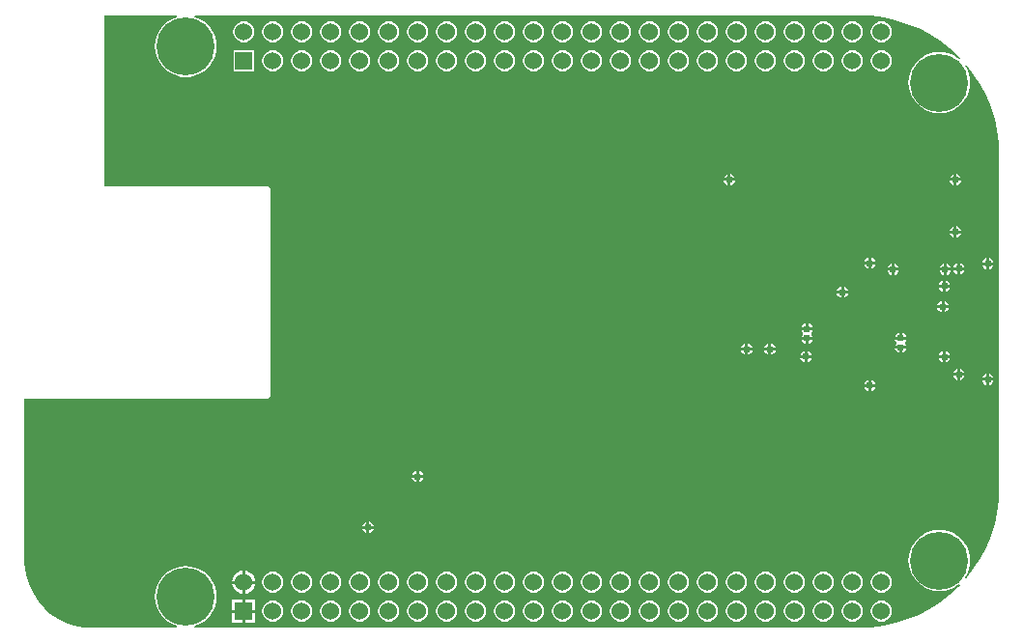
<source format=gbl>
G04 Layer_Physical_Order=2*
G04 Layer_Color=12500520*
%FSLAX25Y25*%
%MOIN*%
G70*
G01*
G75*
%ADD25R,0.06000X0.06000*%
%ADD26C,0.06000*%
%ADD27C,0.20000*%
%ADD28C,0.02400*%
G36*
X444202Y528531D02*
X448372Y527982D01*
X452479Y527072D01*
X456490Y525807D01*
X460377Y524197D01*
X464107Y522255D01*
X467655Y519995D01*
X470992Y517435D01*
X474093Y514593D01*
X474626Y514011D01*
X474278Y513651D01*
X473750Y514102D01*
X472327Y514974D01*
X470786Y515612D01*
X469163Y516002D01*
X467500Y516133D01*
X465837Y516002D01*
X464214Y515612D01*
X462673Y514974D01*
X461250Y514102D01*
X459981Y513019D01*
X458898Y511750D01*
X458026Y510327D01*
X457388Y508786D01*
X456998Y507163D01*
X456867Y505500D01*
X456998Y503837D01*
X457388Y502214D01*
X458026Y500673D01*
X458898Y499250D01*
X459981Y497982D01*
X461250Y496898D01*
X462673Y496026D01*
X464214Y495388D01*
X465837Y494998D01*
X467500Y494867D01*
X469163Y494998D01*
X470786Y495388D01*
X472327Y496026D01*
X473750Y496898D01*
X475019Y497982D01*
X476102Y499250D01*
X476974Y500673D01*
X477612Y502214D01*
X478002Y503837D01*
X478133Y505500D01*
X478002Y507163D01*
X477612Y508786D01*
X476974Y510327D01*
X476267Y511480D01*
X476669Y511782D01*
X476935Y511492D01*
X479495Y508155D01*
X481755Y504607D01*
X483697Y500877D01*
X485307Y496990D01*
X486572Y492979D01*
X487482Y488872D01*
X488031Y484702D01*
X488209Y480627D01*
X488184Y480500D01*
Y365500D01*
X488209Y365373D01*
X488031Y361298D01*
X487482Y357128D01*
X486572Y353021D01*
X485307Y349010D01*
X483697Y345124D01*
X481755Y341393D01*
X479495Y337845D01*
X476935Y334508D01*
X476669Y334218D01*
X476267Y334520D01*
X476974Y335673D01*
X477612Y337214D01*
X478002Y338837D01*
X478133Y340500D01*
X478002Y342163D01*
X477612Y343786D01*
X476974Y345327D01*
X476102Y346750D01*
X475019Y348019D01*
X473750Y349102D01*
X472327Y349974D01*
X470786Y350612D01*
X469163Y351002D01*
X467500Y351133D01*
X465837Y351002D01*
X464214Y350612D01*
X462673Y349974D01*
X461250Y349102D01*
X459981Y348019D01*
X458898Y346750D01*
X458026Y345327D01*
X457388Y343786D01*
X456998Y342163D01*
X456867Y340500D01*
X456998Y338837D01*
X457388Y337214D01*
X458026Y335673D01*
X458898Y334250D01*
X459981Y332981D01*
X461250Y331898D01*
X462673Y331026D01*
X464214Y330388D01*
X465837Y329998D01*
X467500Y329867D01*
X469163Y329998D01*
X470786Y330388D01*
X472327Y331026D01*
X473750Y331898D01*
X474278Y332349D01*
X474626Y331989D01*
X474093Y331407D01*
X470992Y328565D01*
X467655Y326005D01*
X464107Y323745D01*
X460377Y321803D01*
X456490Y320193D01*
X452479Y318928D01*
X448372Y318018D01*
X444202Y317469D01*
X440127Y317291D01*
X440000Y317316D01*
X210546D01*
X210487Y317816D01*
X210786Y317888D01*
X212327Y318526D01*
X213750Y319398D01*
X215019Y320481D01*
X216102Y321750D01*
X216974Y323173D01*
X217612Y324714D01*
X218002Y326337D01*
X218133Y328000D01*
X218002Y329663D01*
X217612Y331286D01*
X216974Y332827D01*
X216102Y334250D01*
X215019Y335519D01*
X213750Y336602D01*
X212327Y337474D01*
X210786Y338112D01*
X209163Y338502D01*
X207500Y338633D01*
X205837Y338502D01*
X204214Y338112D01*
X202673Y337474D01*
X201250Y336602D01*
X199981Y335519D01*
X198898Y334250D01*
X198026Y332827D01*
X197388Y331286D01*
X196998Y329663D01*
X196867Y328000D01*
X196998Y326337D01*
X197388Y324714D01*
X198026Y323173D01*
X198898Y321750D01*
X199981Y320481D01*
X201250Y319398D01*
X202673Y318526D01*
X204214Y317888D01*
X204513Y317816D01*
X204453Y317316D01*
X175000D01*
X174869Y317290D01*
X171969Y317480D01*
X168991Y318073D01*
X166115Y319049D01*
X163391Y320392D01*
X160865Y322079D01*
X158582Y324082D01*
X156579Y326365D01*
X154892Y328891D01*
X153549Y331615D01*
X152573Y334491D01*
X151980Y337469D01*
X151790Y340369D01*
X151816Y340500D01*
Y396184D01*
X235000D01*
X235695Y396322D01*
X236284Y396716D01*
X236678Y397305D01*
X236816Y398000D01*
Y468000D01*
X236678Y468695D01*
X236284Y469284D01*
X235695Y469678D01*
X235000Y469816D01*
X179316D01*
Y528684D01*
X204453D01*
X204513Y528184D01*
X204214Y528112D01*
X202673Y527474D01*
X201250Y526602D01*
X199981Y525519D01*
X198898Y524250D01*
X198026Y522827D01*
X197388Y521286D01*
X196998Y519663D01*
X196867Y518000D01*
X196998Y516337D01*
X197388Y514714D01*
X198026Y513173D01*
X198898Y511750D01*
X199981Y510482D01*
X201250Y509398D01*
X202673Y508526D01*
X204214Y507888D01*
X205837Y507498D01*
X207500Y507367D01*
X209163Y507498D01*
X210786Y507888D01*
X212327Y508526D01*
X213750Y509398D01*
X215019Y510482D01*
X216102Y511750D01*
X216974Y513173D01*
X217612Y514714D01*
X218002Y516337D01*
X218133Y518000D01*
X218002Y519663D01*
X217612Y521286D01*
X216974Y522827D01*
X216102Y524250D01*
X215019Y525519D01*
X213750Y526602D01*
X212327Y527474D01*
X210786Y528112D01*
X210487Y528184D01*
X210546Y528684D01*
X440000D01*
X440127Y528709D01*
X444202Y528531D01*
D02*
G37*
%LPC*%
G36*
X483766Y402539D02*
X482326D01*
X482382Y402259D01*
X482824Y401597D01*
X483485Y401155D01*
X483766Y401100D01*
Y402539D01*
D02*
G37*
G36*
X486205D02*
X484766D01*
Y401100D01*
X485046Y401155D01*
X485708Y401597D01*
X486150Y402259D01*
X486205Y402539D01*
D02*
G37*
G36*
X445463Y400358D02*
X444024D01*
Y398919D01*
X444304Y398974D01*
X444966Y399416D01*
X445408Y400078D01*
X445463Y400358D01*
D02*
G37*
G36*
X287957Y371440D02*
Y370000D01*
X289396D01*
X289341Y370280D01*
X288899Y370942D01*
X288237Y371384D01*
X287957Y371440D01*
D02*
G37*
G36*
X443024Y400358D02*
X441584D01*
X441640Y400078D01*
X442082Y399416D01*
X442743Y398974D01*
X443024Y398919D01*
Y400358D01*
D02*
G37*
G36*
Y402798D02*
X442743Y402742D01*
X442082Y402300D01*
X441640Y401639D01*
X441584Y401358D01*
X443024D01*
Y402798D01*
D02*
G37*
G36*
X483766Y404979D02*
X483485Y404923D01*
X482824Y404481D01*
X482382Y403820D01*
X482326Y403539D01*
X483766D01*
Y404979D01*
D02*
G37*
G36*
X484766D02*
Y403539D01*
X486205D01*
X486150Y403820D01*
X485708Y404481D01*
X485046Y404923D01*
X484766Y404979D01*
D02*
G37*
G36*
X476166Y404226D02*
X474726D01*
Y402787D01*
X475007Y402842D01*
X475668Y403285D01*
X476110Y403946D01*
X476166Y404226D01*
D02*
G37*
G36*
X444024Y402798D02*
Y401358D01*
X445463D01*
X445408Y401639D01*
X444966Y402300D01*
X444304Y402742D01*
X444024Y402798D01*
D02*
G37*
G36*
X473726Y404226D02*
X472287D01*
X472342Y403946D01*
X472785Y403285D01*
X473446Y402842D01*
X473726Y402787D01*
Y404226D01*
D02*
G37*
G36*
X286957Y371440D02*
X286676Y371384D01*
X286015Y370942D01*
X285573Y370280D01*
X285517Y370000D01*
X286957D01*
Y371440D01*
D02*
G37*
G36*
X227000Y336969D02*
X226456Y336897D01*
X225483Y336494D01*
X224647Y335853D01*
X224006Y335017D01*
X223603Y334044D01*
X223531Y333500D01*
X227000D01*
Y336969D01*
D02*
G37*
G36*
X228000D02*
Y333500D01*
X231469D01*
X231397Y334044D01*
X230994Y335017D01*
X230353Y335853D01*
X229517Y336494D01*
X228544Y336897D01*
X228000Y336969D01*
D02*
G37*
G36*
X447500Y336631D02*
X446560Y336507D01*
X445684Y336145D01*
X444932Y335567D01*
X444355Y334816D01*
X443993Y333940D01*
X443869Y333000D01*
X443993Y332060D01*
X444355Y331185D01*
X444932Y330433D01*
X445684Y329855D01*
X446560Y329493D01*
X447500Y329369D01*
X448440Y329493D01*
X449316Y329855D01*
X450068Y330433D01*
X450645Y331185D01*
X451007Y332060D01*
X451131Y333000D01*
X451007Y333940D01*
X450645Y334816D01*
X450068Y335567D01*
X449316Y336145D01*
X448440Y336507D01*
X447500Y336631D01*
D02*
G37*
G36*
X427500D02*
X426560Y336507D01*
X425684Y336145D01*
X424932Y335567D01*
X424355Y334816D01*
X423993Y333940D01*
X423869Y333000D01*
X423993Y332060D01*
X424355Y331185D01*
X424932Y330433D01*
X425684Y329855D01*
X426560Y329493D01*
X427500Y329369D01*
X428440Y329493D01*
X429316Y329855D01*
X430068Y330433D01*
X430645Y331185D01*
X431007Y332060D01*
X431131Y333000D01*
X431007Y333940D01*
X430645Y334816D01*
X430068Y335567D01*
X429316Y336145D01*
X428440Y336507D01*
X427500Y336631D01*
D02*
G37*
G36*
X437500D02*
X436560Y336507D01*
X435684Y336145D01*
X434932Y335567D01*
X434355Y334816D01*
X433993Y333940D01*
X433869Y333000D01*
X433993Y332060D01*
X434355Y331185D01*
X434932Y330433D01*
X435684Y329855D01*
X436560Y329493D01*
X437500Y329369D01*
X438440Y329493D01*
X439316Y329855D01*
X440068Y330433D01*
X440645Y331185D01*
X441007Y332060D01*
X441131Y333000D01*
X441007Y333940D01*
X440645Y334816D01*
X440068Y335567D01*
X439316Y336145D01*
X438440Y336507D01*
X437500Y336631D01*
D02*
G37*
G36*
X269854Y351500D02*
X268414D01*
X268470Y351219D01*
X268912Y350558D01*
X269574Y350116D01*
X269854Y350060D01*
Y351500D01*
D02*
G37*
G36*
X286957Y369000D02*
X285517D01*
X285573Y368720D01*
X286015Y368058D01*
X286676Y367616D01*
X286957Y367560D01*
Y369000D01*
D02*
G37*
G36*
X289396D02*
X287957D01*
Y367560D01*
X288237Y367616D01*
X288899Y368058D01*
X289341Y368720D01*
X289396Y369000D01*
D02*
G37*
G36*
X270854Y353939D02*
Y352500D01*
X272294D01*
X272238Y352780D01*
X271796Y353442D01*
X271134Y353884D01*
X270854Y353939D01*
D02*
G37*
G36*
X272294Y351500D02*
X270854D01*
Y350060D01*
X271134Y350116D01*
X271796Y350558D01*
X272238Y351219D01*
X272294Y351500D01*
D02*
G37*
G36*
X269854Y353939D02*
X269574Y353884D01*
X268912Y353442D01*
X268470Y352780D01*
X268414Y352500D01*
X269854D01*
Y353939D01*
D02*
G37*
G36*
X456081Y413626D02*
X454642D01*
Y412186D01*
X454922Y412242D01*
X455584Y412684D01*
X456026Y413346D01*
X456081Y413626D01*
D02*
G37*
G36*
X400500Y415396D02*
X400220Y415341D01*
X399558Y414899D01*
X399116Y414237D01*
X399060Y413957D01*
X400500D01*
Y415396D01*
D02*
G37*
G36*
X401500D02*
Y413957D01*
X402940D01*
X402884Y414237D01*
X402442Y414899D01*
X401780Y415341D01*
X401500Y415396D01*
D02*
G37*
G36*
X408500Y412957D02*
X407060D01*
X407116Y412676D01*
X407558Y412015D01*
X408220Y411573D01*
X408500Y411517D01*
Y412957D01*
D02*
G37*
G36*
X410940D02*
X409500D01*
Y411517D01*
X409780Y411573D01*
X410442Y412015D01*
X410884Y412676D01*
X410940Y412957D01*
D02*
G37*
G36*
X453642Y413626D02*
X452202D01*
X452258Y413346D01*
X452700Y412684D01*
X453361Y412242D01*
X453642Y412186D01*
Y413626D01*
D02*
G37*
G36*
X421358Y416776D02*
X419918D01*
X419974Y416495D01*
X420416Y415834D01*
X421078Y415392D01*
X421358Y415336D01*
Y416776D01*
D02*
G37*
G36*
X423798D02*
X422358D01*
Y415336D01*
X422639Y415392D01*
X423300Y415834D01*
X423742Y416495D01*
X423798Y416776D01*
D02*
G37*
G36*
Y419925D02*
X419918D01*
X419974Y419645D01*
X420261Y419215D01*
X420375Y418850D01*
X420261Y418485D01*
X419974Y418056D01*
X419918Y417776D01*
X423798D01*
X423742Y418056D01*
X423455Y418485D01*
X423342Y418850D01*
X423455Y419215D01*
X423742Y419645D01*
X423798Y419925D01*
D02*
G37*
G36*
X408500Y415396D02*
X408220Y415341D01*
X407558Y414899D01*
X407116Y414237D01*
X407060Y413957D01*
X408500D01*
Y415396D01*
D02*
G37*
G36*
X409500D02*
Y413957D01*
X410940D01*
X410884Y414237D01*
X410442Y414899D01*
X409780Y415341D01*
X409500Y415396D01*
D02*
G37*
G36*
X456081Y416776D02*
X452202D01*
X452258Y416495D01*
X452545Y416066D01*
X452658Y415701D01*
X452545Y415336D01*
X452258Y414906D01*
X452202Y414626D01*
X456081D01*
X456026Y414906D01*
X455739Y415336D01*
X455625Y415701D01*
X455739Y416066D01*
X456026Y416495D01*
X456081Y416776D01*
D02*
G37*
G36*
X471166Y410295D02*
X469726D01*
Y408855D01*
X470007Y408911D01*
X470668Y409353D01*
X471110Y410015D01*
X471166Y410295D01*
D02*
G37*
G36*
X420976Y410358D02*
X419537D01*
X419592Y410078D01*
X420035Y409416D01*
X420696Y408974D01*
X420976Y408919D01*
Y410358D01*
D02*
G37*
G36*
X423416D02*
X421976D01*
Y408919D01*
X422257Y408974D01*
X422918Y409416D01*
X423360Y410078D01*
X423416Y410358D01*
D02*
G37*
G36*
X473726Y406666D02*
X473446Y406610D01*
X472785Y406168D01*
X472342Y405507D01*
X472287Y405226D01*
X473726D01*
Y406666D01*
D02*
G37*
G36*
X474726D02*
Y405226D01*
X476166D01*
X476110Y405507D01*
X475668Y406168D01*
X475007Y406610D01*
X474726Y406666D01*
D02*
G37*
G36*
X468726Y410295D02*
X467287D01*
X467342Y410015D01*
X467785Y409353D01*
X468446Y408911D01*
X468726Y408855D01*
Y410295D01*
D02*
G37*
G36*
X421976Y412798D02*
Y411358D01*
X423416D01*
X423360Y411639D01*
X422918Y412300D01*
X422257Y412742D01*
X421976Y412798D01*
D02*
G37*
G36*
X400500Y412957D02*
X399060D01*
X399116Y412676D01*
X399558Y412015D01*
X400220Y411573D01*
X400500Y411517D01*
Y412957D01*
D02*
G37*
G36*
X402940D02*
X401500D01*
Y411517D01*
X401780Y411573D01*
X402442Y412015D01*
X402884Y412676D01*
X402940Y412957D01*
D02*
G37*
G36*
X468726Y412735D02*
X468446Y412679D01*
X467785Y412237D01*
X467342Y411576D01*
X467287Y411295D01*
X468726D01*
Y412735D01*
D02*
G37*
G36*
X469726D02*
Y411295D01*
X471166D01*
X471110Y411576D01*
X470668Y412237D01*
X470007Y412679D01*
X469726Y412735D01*
D02*
G37*
G36*
X420976Y412798D02*
X420696Y412742D01*
X420035Y412300D01*
X419592Y411639D01*
X419537Y411358D01*
X420976D01*
Y412798D01*
D02*
G37*
G36*
X367500Y326631D02*
X366560Y326507D01*
X365685Y326145D01*
X364932Y325568D01*
X364355Y324816D01*
X363993Y323940D01*
X363869Y323000D01*
X363993Y322060D01*
X364355Y321184D01*
X364932Y320432D01*
X365685Y319855D01*
X366560Y319493D01*
X367500Y319369D01*
X368440Y319493D01*
X369316Y319855D01*
X370068Y320432D01*
X370645Y321184D01*
X371007Y322060D01*
X371131Y323000D01*
X371007Y323940D01*
X370645Y324816D01*
X370068Y325568D01*
X369316Y326145D01*
X368440Y326507D01*
X367500Y326631D01*
D02*
G37*
G36*
X377500D02*
X376560Y326507D01*
X375684Y326145D01*
X374933Y325568D01*
X374355Y324816D01*
X373993Y323940D01*
X373869Y323000D01*
X373993Y322060D01*
X374355Y321184D01*
X374933Y320432D01*
X375684Y319855D01*
X376560Y319493D01*
X377500Y319369D01*
X378440Y319493D01*
X379315Y319855D01*
X380067Y320432D01*
X380645Y321184D01*
X381007Y322060D01*
X381131Y323000D01*
X381007Y323940D01*
X380645Y324816D01*
X380067Y325568D01*
X379315Y326145D01*
X378440Y326507D01*
X377500Y326631D01*
D02*
G37*
G36*
X357500D02*
X356560Y326507D01*
X355684Y326145D01*
X354932Y325568D01*
X354355Y324816D01*
X353993Y323940D01*
X353869Y323000D01*
X353993Y322060D01*
X354355Y321184D01*
X354932Y320432D01*
X355684Y319855D01*
X356560Y319493D01*
X357500Y319369D01*
X358440Y319493D01*
X359315Y319855D01*
X360068Y320432D01*
X360645Y321184D01*
X361007Y322060D01*
X361131Y323000D01*
X361007Y323940D01*
X360645Y324816D01*
X360068Y325568D01*
X359315Y326145D01*
X358440Y326507D01*
X357500Y326631D01*
D02*
G37*
G36*
X337500D02*
X336560Y326507D01*
X335684Y326145D01*
X334932Y325568D01*
X334355Y324816D01*
X333993Y323940D01*
X333869Y323000D01*
X333993Y322060D01*
X334355Y321184D01*
X334932Y320432D01*
X335684Y319855D01*
X336560Y319493D01*
X337500Y319369D01*
X338440Y319493D01*
X339316Y319855D01*
X340068Y320432D01*
X340645Y321184D01*
X341007Y322060D01*
X341131Y323000D01*
X341007Y323940D01*
X340645Y324816D01*
X340068Y325568D01*
X339316Y326145D01*
X338440Y326507D01*
X337500Y326631D01*
D02*
G37*
G36*
X347500D02*
X346560Y326507D01*
X345685Y326145D01*
X344933Y325568D01*
X344355Y324816D01*
X343993Y323940D01*
X343869Y323000D01*
X343993Y322060D01*
X344355Y321184D01*
X344933Y320432D01*
X345685Y319855D01*
X346560Y319493D01*
X347500Y319369D01*
X348440Y319493D01*
X349316Y319855D01*
X350067Y320432D01*
X350645Y321184D01*
X351007Y322060D01*
X351131Y323000D01*
X351007Y323940D01*
X350645Y324816D01*
X350067Y325568D01*
X349316Y326145D01*
X348440Y326507D01*
X347500Y326631D01*
D02*
G37*
G36*
X387500D02*
X386560Y326507D01*
X385684Y326145D01*
X384932Y325568D01*
X384355Y324816D01*
X383993Y323940D01*
X383869Y323000D01*
X383993Y322060D01*
X384355Y321184D01*
X384932Y320432D01*
X385684Y319855D01*
X386560Y319493D01*
X387500Y319369D01*
X388440Y319493D01*
X389316Y319855D01*
X390068Y320432D01*
X390645Y321184D01*
X391007Y322060D01*
X391131Y323000D01*
X391007Y323940D01*
X390645Y324816D01*
X390068Y325568D01*
X389316Y326145D01*
X388440Y326507D01*
X387500Y326631D01*
D02*
G37*
G36*
X427500D02*
X426560Y326507D01*
X425684Y326145D01*
X424932Y325568D01*
X424355Y324816D01*
X423993Y323940D01*
X423869Y323000D01*
X423993Y322060D01*
X424355Y321184D01*
X424932Y320432D01*
X425684Y319855D01*
X426560Y319493D01*
X427500Y319369D01*
X428440Y319493D01*
X429316Y319855D01*
X430068Y320432D01*
X430645Y321184D01*
X431007Y322060D01*
X431131Y323000D01*
X431007Y323940D01*
X430645Y324816D01*
X430068Y325568D01*
X429316Y326145D01*
X428440Y326507D01*
X427500Y326631D01*
D02*
G37*
G36*
X437500D02*
X436560Y326507D01*
X435684Y326145D01*
X434932Y325568D01*
X434355Y324816D01*
X433993Y323940D01*
X433869Y323000D01*
X433993Y322060D01*
X434355Y321184D01*
X434932Y320432D01*
X435684Y319855D01*
X436560Y319493D01*
X437500Y319369D01*
X438440Y319493D01*
X439316Y319855D01*
X440068Y320432D01*
X440645Y321184D01*
X441007Y322060D01*
X441131Y323000D01*
X441007Y323940D01*
X440645Y324816D01*
X440068Y325568D01*
X439316Y326145D01*
X438440Y326507D01*
X437500Y326631D01*
D02*
G37*
G36*
X417500D02*
X416560Y326507D01*
X415685Y326145D01*
X414932Y325568D01*
X414355Y324816D01*
X413993Y323940D01*
X413869Y323000D01*
X413993Y322060D01*
X414355Y321184D01*
X414932Y320432D01*
X415685Y319855D01*
X416560Y319493D01*
X417500Y319369D01*
X418440Y319493D01*
X419315Y319855D01*
X420068Y320432D01*
X420645Y321184D01*
X421007Y322060D01*
X421131Y323000D01*
X421007Y323940D01*
X420645Y324816D01*
X420068Y325568D01*
X419315Y326145D01*
X418440Y326507D01*
X417500Y326631D01*
D02*
G37*
G36*
X397500D02*
X396560Y326507D01*
X395685Y326145D01*
X394933Y325568D01*
X394355Y324816D01*
X393993Y323940D01*
X393869Y323000D01*
X393993Y322060D01*
X394355Y321184D01*
X394933Y320432D01*
X395685Y319855D01*
X396560Y319493D01*
X397500Y319369D01*
X398440Y319493D01*
X399316Y319855D01*
X400068Y320432D01*
X400645Y321184D01*
X401007Y322060D01*
X401131Y323000D01*
X401007Y323940D01*
X400645Y324816D01*
X400068Y325568D01*
X399316Y326145D01*
X398440Y326507D01*
X397500Y326631D01*
D02*
G37*
G36*
X407500D02*
X406560Y326507D01*
X405685Y326145D01*
X404932Y325568D01*
X404355Y324816D01*
X403993Y323940D01*
X403869Y323000D01*
X403993Y322060D01*
X404355Y321184D01*
X404932Y320432D01*
X405685Y319855D01*
X406560Y319493D01*
X407500Y319369D01*
X408440Y319493D01*
X409315Y319855D01*
X410068Y320432D01*
X410645Y321184D01*
X411007Y322060D01*
X411131Y323000D01*
X411007Y323940D01*
X410645Y324816D01*
X410068Y325568D01*
X409315Y326145D01*
X408440Y326507D01*
X407500Y326631D01*
D02*
G37*
G36*
X327500D02*
X326560Y326507D01*
X325684Y326145D01*
X324933Y325568D01*
X324355Y324816D01*
X323993Y323940D01*
X323869Y323000D01*
X323993Y322060D01*
X324355Y321184D01*
X324933Y320432D01*
X325684Y319855D01*
X326560Y319493D01*
X327500Y319369D01*
X328440Y319493D01*
X329315Y319855D01*
X330067Y320432D01*
X330645Y321184D01*
X331007Y322060D01*
X331131Y323000D01*
X331007Y323940D01*
X330645Y324816D01*
X330067Y325568D01*
X329315Y326145D01*
X328440Y326507D01*
X327500Y326631D01*
D02*
G37*
G36*
X247500D02*
X246560Y326507D01*
X245685Y326145D01*
X244933Y325568D01*
X244355Y324816D01*
X243993Y323940D01*
X243869Y323000D01*
X243993Y322060D01*
X244355Y321184D01*
X244933Y320432D01*
X245685Y319855D01*
X246560Y319493D01*
X247500Y319369D01*
X248440Y319493D01*
X249316Y319855D01*
X250067Y320432D01*
X250645Y321184D01*
X251007Y322060D01*
X251131Y323000D01*
X251007Y323940D01*
X250645Y324816D01*
X250067Y325568D01*
X249316Y326145D01*
X248440Y326507D01*
X247500Y326631D01*
D02*
G37*
G36*
X257500D02*
X256560Y326507D01*
X255684Y326145D01*
X254932Y325568D01*
X254355Y324816D01*
X253993Y323940D01*
X253869Y323000D01*
X253993Y322060D01*
X254355Y321184D01*
X254932Y320432D01*
X255684Y319855D01*
X256560Y319493D01*
X257500Y319369D01*
X258440Y319493D01*
X259315Y319855D01*
X260068Y320432D01*
X260645Y321184D01*
X261007Y322060D01*
X261131Y323000D01*
X261007Y323940D01*
X260645Y324816D01*
X260068Y325568D01*
X259315Y326145D01*
X258440Y326507D01*
X257500Y326631D01*
D02*
G37*
G36*
X237500D02*
X236560Y326507D01*
X235684Y326145D01*
X234932Y325568D01*
X234355Y324816D01*
X233993Y323940D01*
X233869Y323000D01*
X233993Y322060D01*
X234355Y321184D01*
X234932Y320432D01*
X235684Y319855D01*
X236560Y319493D01*
X237500Y319369D01*
X238440Y319493D01*
X239316Y319855D01*
X240068Y320432D01*
X240645Y321184D01*
X241007Y322060D01*
X241131Y323000D01*
X241007Y323940D01*
X240645Y324816D01*
X240068Y325568D01*
X239316Y326145D01*
X238440Y326507D01*
X237500Y326631D01*
D02*
G37*
G36*
X227000Y322500D02*
X223500D01*
Y319000D01*
X227000D01*
Y322500D01*
D02*
G37*
G36*
X231500D02*
X228000D01*
Y319000D01*
X231500D01*
Y322500D01*
D02*
G37*
G36*
X267500Y326631D02*
X266560Y326507D01*
X265685Y326145D01*
X264932Y325568D01*
X264355Y324816D01*
X263993Y323940D01*
X263869Y323000D01*
X263993Y322060D01*
X264355Y321184D01*
X264932Y320432D01*
X265685Y319855D01*
X266560Y319493D01*
X267500Y319369D01*
X268440Y319493D01*
X269316Y319855D01*
X270068Y320432D01*
X270645Y321184D01*
X271007Y322060D01*
X271131Y323000D01*
X271007Y323940D01*
X270645Y324816D01*
X270068Y325568D01*
X269316Y326145D01*
X268440Y326507D01*
X267500Y326631D01*
D02*
G37*
G36*
X307500D02*
X306560Y326507D01*
X305684Y326145D01*
X304932Y325568D01*
X304355Y324816D01*
X303993Y323940D01*
X303869Y323000D01*
X303993Y322060D01*
X304355Y321184D01*
X304932Y320432D01*
X305684Y319855D01*
X306560Y319493D01*
X307500Y319369D01*
X308440Y319493D01*
X309315Y319855D01*
X310068Y320432D01*
X310645Y321184D01*
X311007Y322060D01*
X311131Y323000D01*
X311007Y323940D01*
X310645Y324816D01*
X310068Y325568D01*
X309315Y326145D01*
X308440Y326507D01*
X307500Y326631D01*
D02*
G37*
G36*
X317500D02*
X316560Y326507D01*
X315685Y326145D01*
X314932Y325568D01*
X314355Y324816D01*
X313993Y323940D01*
X313869Y323000D01*
X313993Y322060D01*
X314355Y321184D01*
X314932Y320432D01*
X315685Y319855D01*
X316560Y319493D01*
X317500Y319369D01*
X318440Y319493D01*
X319316Y319855D01*
X320068Y320432D01*
X320645Y321184D01*
X321007Y322060D01*
X321131Y323000D01*
X321007Y323940D01*
X320645Y324816D01*
X320068Y325568D01*
X319316Y326145D01*
X318440Y326507D01*
X317500Y326631D01*
D02*
G37*
G36*
X297500D02*
X296560Y326507D01*
X295685Y326145D01*
X294933Y325568D01*
X294355Y324816D01*
X293993Y323940D01*
X293869Y323000D01*
X293993Y322060D01*
X294355Y321184D01*
X294933Y320432D01*
X295685Y319855D01*
X296560Y319493D01*
X297500Y319369D01*
X298440Y319493D01*
X299316Y319855D01*
X300067Y320432D01*
X300645Y321184D01*
X301007Y322060D01*
X301131Y323000D01*
X301007Y323940D01*
X300645Y324816D01*
X300067Y325568D01*
X299316Y326145D01*
X298440Y326507D01*
X297500Y326631D01*
D02*
G37*
G36*
X277500D02*
X276560Y326507D01*
X275684Y326145D01*
X274933Y325568D01*
X274355Y324816D01*
X273993Y323940D01*
X273869Y323000D01*
X273993Y322060D01*
X274355Y321184D01*
X274933Y320432D01*
X275684Y319855D01*
X276560Y319493D01*
X277500Y319369D01*
X278440Y319493D01*
X279315Y319855D01*
X280067Y320432D01*
X280645Y321184D01*
X281007Y322060D01*
X281131Y323000D01*
X281007Y323940D01*
X280645Y324816D01*
X280067Y325568D01*
X279315Y326145D01*
X278440Y326507D01*
X277500Y326631D01*
D02*
G37*
G36*
X287500D02*
X286560Y326507D01*
X285684Y326145D01*
X284932Y325568D01*
X284355Y324816D01*
X283993Y323940D01*
X283869Y323000D01*
X283993Y322060D01*
X284355Y321184D01*
X284932Y320432D01*
X285684Y319855D01*
X286560Y319493D01*
X287500Y319369D01*
X288440Y319493D01*
X289316Y319855D01*
X290068Y320432D01*
X290645Y321184D01*
X291007Y322060D01*
X291131Y323000D01*
X291007Y323940D01*
X290645Y324816D01*
X290068Y325568D01*
X289316Y326145D01*
X288440Y326507D01*
X287500Y326631D01*
D02*
G37*
G36*
X447500D02*
X446560Y326507D01*
X445684Y326145D01*
X444932Y325568D01*
X444355Y324816D01*
X443993Y323940D01*
X443869Y323000D01*
X443993Y322060D01*
X444355Y321184D01*
X444932Y320432D01*
X445684Y319855D01*
X446560Y319493D01*
X447500Y319369D01*
X448440Y319493D01*
X449316Y319855D01*
X450068Y320432D01*
X450645Y321184D01*
X451007Y322060D01*
X451131Y323000D01*
X451007Y323940D01*
X450645Y324816D01*
X450068Y325568D01*
X449316Y326145D01*
X448440Y326507D01*
X447500Y326631D01*
D02*
G37*
G36*
X347500Y336631D02*
X346560Y336507D01*
X345685Y336145D01*
X344933Y335567D01*
X344355Y334816D01*
X343993Y333940D01*
X343869Y333000D01*
X343993Y332060D01*
X344355Y331185D01*
X344933Y330433D01*
X345685Y329855D01*
X346560Y329493D01*
X347500Y329369D01*
X348440Y329493D01*
X349316Y329855D01*
X350067Y330433D01*
X350645Y331185D01*
X351007Y332060D01*
X351131Y333000D01*
X351007Y333940D01*
X350645Y334816D01*
X350067Y335567D01*
X349316Y336145D01*
X348440Y336507D01*
X347500Y336631D01*
D02*
G37*
G36*
X357500D02*
X356560Y336507D01*
X355684Y336145D01*
X354932Y335567D01*
X354355Y334816D01*
X353993Y333940D01*
X353869Y333000D01*
X353993Y332060D01*
X354355Y331185D01*
X354932Y330433D01*
X355684Y329855D01*
X356560Y329493D01*
X357500Y329369D01*
X358440Y329493D01*
X359315Y329855D01*
X360068Y330433D01*
X360645Y331185D01*
X361007Y332060D01*
X361131Y333000D01*
X361007Y333940D01*
X360645Y334816D01*
X360068Y335567D01*
X359315Y336145D01*
X358440Y336507D01*
X357500Y336631D01*
D02*
G37*
G36*
X337500D02*
X336560Y336507D01*
X335684Y336145D01*
X334932Y335567D01*
X334355Y334816D01*
X333993Y333940D01*
X333869Y333000D01*
X333993Y332060D01*
X334355Y331185D01*
X334932Y330433D01*
X335684Y329855D01*
X336560Y329493D01*
X337500Y329369D01*
X338440Y329493D01*
X339316Y329855D01*
X340068Y330433D01*
X340645Y331185D01*
X341007Y332060D01*
X341131Y333000D01*
X341007Y333940D01*
X340645Y334816D01*
X340068Y335567D01*
X339316Y336145D01*
X338440Y336507D01*
X337500Y336631D01*
D02*
G37*
G36*
X317500D02*
X316560Y336507D01*
X315685Y336145D01*
X314932Y335567D01*
X314355Y334816D01*
X313993Y333940D01*
X313869Y333000D01*
X313993Y332060D01*
X314355Y331185D01*
X314932Y330433D01*
X315685Y329855D01*
X316560Y329493D01*
X317500Y329369D01*
X318440Y329493D01*
X319316Y329855D01*
X320068Y330433D01*
X320645Y331185D01*
X321007Y332060D01*
X321131Y333000D01*
X321007Y333940D01*
X320645Y334816D01*
X320068Y335567D01*
X319316Y336145D01*
X318440Y336507D01*
X317500Y336631D01*
D02*
G37*
G36*
X327500D02*
X326560Y336507D01*
X325684Y336145D01*
X324933Y335567D01*
X324355Y334816D01*
X323993Y333940D01*
X323869Y333000D01*
X323993Y332060D01*
X324355Y331185D01*
X324933Y330433D01*
X325684Y329855D01*
X326560Y329493D01*
X327500Y329369D01*
X328440Y329493D01*
X329315Y329855D01*
X330067Y330433D01*
X330645Y331185D01*
X331007Y332060D01*
X331131Y333000D01*
X331007Y333940D01*
X330645Y334816D01*
X330067Y335567D01*
X329315Y336145D01*
X328440Y336507D01*
X327500Y336631D01*
D02*
G37*
G36*
X367500D02*
X366560Y336507D01*
X365685Y336145D01*
X364932Y335567D01*
X364355Y334816D01*
X363993Y333940D01*
X363869Y333000D01*
X363993Y332060D01*
X364355Y331185D01*
X364932Y330433D01*
X365685Y329855D01*
X366560Y329493D01*
X367500Y329369D01*
X368440Y329493D01*
X369316Y329855D01*
X370068Y330433D01*
X370645Y331185D01*
X371007Y332060D01*
X371131Y333000D01*
X371007Y333940D01*
X370645Y334816D01*
X370068Y335567D01*
X369316Y336145D01*
X368440Y336507D01*
X367500Y336631D01*
D02*
G37*
G36*
X407500D02*
X406560Y336507D01*
X405685Y336145D01*
X404932Y335567D01*
X404355Y334816D01*
X403993Y333940D01*
X403869Y333000D01*
X403993Y332060D01*
X404355Y331185D01*
X404932Y330433D01*
X405685Y329855D01*
X406560Y329493D01*
X407500Y329369D01*
X408440Y329493D01*
X409315Y329855D01*
X410068Y330433D01*
X410645Y331185D01*
X411007Y332060D01*
X411131Y333000D01*
X411007Y333940D01*
X410645Y334816D01*
X410068Y335567D01*
X409315Y336145D01*
X408440Y336507D01*
X407500Y336631D01*
D02*
G37*
G36*
X417500D02*
X416560Y336507D01*
X415685Y336145D01*
X414932Y335567D01*
X414355Y334816D01*
X413993Y333940D01*
X413869Y333000D01*
X413993Y332060D01*
X414355Y331185D01*
X414932Y330433D01*
X415685Y329855D01*
X416560Y329493D01*
X417500Y329369D01*
X418440Y329493D01*
X419315Y329855D01*
X420068Y330433D01*
X420645Y331185D01*
X421007Y332060D01*
X421131Y333000D01*
X421007Y333940D01*
X420645Y334816D01*
X420068Y335567D01*
X419315Y336145D01*
X418440Y336507D01*
X417500Y336631D01*
D02*
G37*
G36*
X397500D02*
X396560Y336507D01*
X395685Y336145D01*
X394933Y335567D01*
X394355Y334816D01*
X393993Y333940D01*
X393869Y333000D01*
X393993Y332060D01*
X394355Y331185D01*
X394933Y330433D01*
X395685Y329855D01*
X396560Y329493D01*
X397500Y329369D01*
X398440Y329493D01*
X399316Y329855D01*
X400068Y330433D01*
X400645Y331185D01*
X401007Y332060D01*
X401131Y333000D01*
X401007Y333940D01*
X400645Y334816D01*
X400068Y335567D01*
X399316Y336145D01*
X398440Y336507D01*
X397500Y336631D01*
D02*
G37*
G36*
X377500D02*
X376560Y336507D01*
X375684Y336145D01*
X374933Y335567D01*
X374355Y334816D01*
X373993Y333940D01*
X373869Y333000D01*
X373993Y332060D01*
X374355Y331185D01*
X374933Y330433D01*
X375684Y329855D01*
X376560Y329493D01*
X377500Y329369D01*
X378440Y329493D01*
X379315Y329855D01*
X380067Y330433D01*
X380645Y331185D01*
X381007Y332060D01*
X381131Y333000D01*
X381007Y333940D01*
X380645Y334816D01*
X380067Y335567D01*
X379315Y336145D01*
X378440Y336507D01*
X377500Y336631D01*
D02*
G37*
G36*
X387500D02*
X386560Y336507D01*
X385684Y336145D01*
X384932Y335567D01*
X384355Y334816D01*
X383993Y333940D01*
X383869Y333000D01*
X383993Y332060D01*
X384355Y331185D01*
X384932Y330433D01*
X385684Y329855D01*
X386560Y329493D01*
X387500Y329369D01*
X388440Y329493D01*
X389316Y329855D01*
X390068Y330433D01*
X390645Y331185D01*
X391007Y332060D01*
X391131Y333000D01*
X391007Y333940D01*
X390645Y334816D01*
X390068Y335567D01*
X389316Y336145D01*
X388440Y336507D01*
X387500Y336631D01*
D02*
G37*
G36*
X307500D02*
X306560Y336507D01*
X305684Y336145D01*
X304932Y335567D01*
X304355Y334816D01*
X303993Y333940D01*
X303869Y333000D01*
X303993Y332060D01*
X304355Y331185D01*
X304932Y330433D01*
X305684Y329855D01*
X306560Y329493D01*
X307500Y329369D01*
X308440Y329493D01*
X309315Y329855D01*
X310068Y330433D01*
X310645Y331185D01*
X311007Y332060D01*
X311131Y333000D01*
X311007Y333940D01*
X310645Y334816D01*
X310068Y335567D01*
X309315Y336145D01*
X308440Y336507D01*
X307500Y336631D01*
D02*
G37*
G36*
X231469Y332500D02*
X228000D01*
Y329031D01*
X228544Y329103D01*
X229517Y329506D01*
X230353Y330147D01*
X230994Y330983D01*
X231397Y331956D01*
X231469Y332500D01*
D02*
G37*
G36*
X237500Y336631D02*
X236560Y336507D01*
X235684Y336145D01*
X234932Y335567D01*
X234355Y334816D01*
X233993Y333940D01*
X233869Y333000D01*
X233993Y332060D01*
X234355Y331185D01*
X234932Y330433D01*
X235684Y329855D01*
X236560Y329493D01*
X237500Y329369D01*
X238440Y329493D01*
X239316Y329855D01*
X240068Y330433D01*
X240645Y331185D01*
X241007Y332060D01*
X241131Y333000D01*
X241007Y333940D01*
X240645Y334816D01*
X240068Y335567D01*
X239316Y336145D01*
X238440Y336507D01*
X237500Y336631D01*
D02*
G37*
G36*
X227000Y332500D02*
X223531D01*
X223603Y331956D01*
X224006Y330983D01*
X224647Y330147D01*
X225483Y329506D01*
X226456Y329103D01*
X227000Y329031D01*
Y332500D01*
D02*
G37*
G36*
Y327000D02*
X223500D01*
Y323500D01*
X227000D01*
Y327000D01*
D02*
G37*
G36*
X231500D02*
X228000D01*
Y323500D01*
X231500D01*
Y327000D01*
D02*
G37*
G36*
X247500Y336631D02*
X246560Y336507D01*
X245685Y336145D01*
X244933Y335567D01*
X244355Y334816D01*
X243993Y333940D01*
X243869Y333000D01*
X243993Y332060D01*
X244355Y331185D01*
X244933Y330433D01*
X245685Y329855D01*
X246560Y329493D01*
X247500Y329369D01*
X248440Y329493D01*
X249316Y329855D01*
X250067Y330433D01*
X250645Y331185D01*
X251007Y332060D01*
X251131Y333000D01*
X251007Y333940D01*
X250645Y334816D01*
X250067Y335567D01*
X249316Y336145D01*
X248440Y336507D01*
X247500Y336631D01*
D02*
G37*
G36*
X287500D02*
X286560Y336507D01*
X285684Y336145D01*
X284932Y335567D01*
X284355Y334816D01*
X283993Y333940D01*
X283869Y333000D01*
X283993Y332060D01*
X284355Y331185D01*
X284932Y330433D01*
X285684Y329855D01*
X286560Y329493D01*
X287500Y329369D01*
X288440Y329493D01*
X289316Y329855D01*
X290068Y330433D01*
X290645Y331185D01*
X291007Y332060D01*
X291131Y333000D01*
X291007Y333940D01*
X290645Y334816D01*
X290068Y335567D01*
X289316Y336145D01*
X288440Y336507D01*
X287500Y336631D01*
D02*
G37*
G36*
X297500D02*
X296560Y336507D01*
X295685Y336145D01*
X294933Y335567D01*
X294355Y334816D01*
X293993Y333940D01*
X293869Y333000D01*
X293993Y332060D01*
X294355Y331185D01*
X294933Y330433D01*
X295685Y329855D01*
X296560Y329493D01*
X297500Y329369D01*
X298440Y329493D01*
X299316Y329855D01*
X300067Y330433D01*
X300645Y331185D01*
X301007Y332060D01*
X301131Y333000D01*
X301007Y333940D01*
X300645Y334816D01*
X300067Y335567D01*
X299316Y336145D01*
X298440Y336507D01*
X297500Y336631D01*
D02*
G37*
G36*
X277500D02*
X276560Y336507D01*
X275684Y336145D01*
X274933Y335567D01*
X274355Y334816D01*
X273993Y333940D01*
X273869Y333000D01*
X273993Y332060D01*
X274355Y331185D01*
X274933Y330433D01*
X275684Y329855D01*
X276560Y329493D01*
X277500Y329369D01*
X278440Y329493D01*
X279315Y329855D01*
X280067Y330433D01*
X280645Y331185D01*
X281007Y332060D01*
X281131Y333000D01*
X281007Y333940D01*
X280645Y334816D01*
X280067Y335567D01*
X279315Y336145D01*
X278440Y336507D01*
X277500Y336631D01*
D02*
G37*
G36*
X257500D02*
X256560Y336507D01*
X255684Y336145D01*
X254932Y335567D01*
X254355Y334816D01*
X253993Y333940D01*
X253869Y333000D01*
X253993Y332060D01*
X254355Y331185D01*
X254932Y330433D01*
X255684Y329855D01*
X256560Y329493D01*
X257500Y329369D01*
X258440Y329493D01*
X259315Y329855D01*
X260068Y330433D01*
X260645Y331185D01*
X261007Y332060D01*
X261131Y333000D01*
X261007Y333940D01*
X260645Y334816D01*
X260068Y335567D01*
X259315Y336145D01*
X258440Y336507D01*
X257500Y336631D01*
D02*
G37*
G36*
X267500D02*
X266560Y336507D01*
X265685Y336145D01*
X264932Y335567D01*
X264355Y334816D01*
X263993Y333940D01*
X263869Y333000D01*
X263993Y332060D01*
X264355Y331185D01*
X264932Y330433D01*
X265685Y329855D01*
X266560Y329493D01*
X267500Y329369D01*
X268440Y329493D01*
X269316Y329855D01*
X270068Y330433D01*
X270645Y331185D01*
X271007Y332060D01*
X271131Y333000D01*
X271007Y333940D01*
X270645Y334816D01*
X270068Y335567D01*
X269316Y336145D01*
X268440Y336507D01*
X267500Y336631D01*
D02*
G37*
G36*
X377500Y516631D02*
X376560Y516507D01*
X375684Y516145D01*
X374933Y515568D01*
X374355Y514816D01*
X373993Y513940D01*
X373869Y513000D01*
X373993Y512060D01*
X374355Y511185D01*
X374933Y510432D01*
X375684Y509855D01*
X376560Y509493D01*
X377500Y509369D01*
X378440Y509493D01*
X379315Y509855D01*
X380067Y510432D01*
X380645Y511185D01*
X381007Y512060D01*
X381131Y513000D01*
X381007Y513940D01*
X380645Y514816D01*
X380067Y515568D01*
X379315Y516145D01*
X378440Y516507D01*
X377500Y516631D01*
D02*
G37*
G36*
X387500D02*
X386560Y516507D01*
X385684Y516145D01*
X384932Y515568D01*
X384355Y514816D01*
X383993Y513940D01*
X383869Y513000D01*
X383993Y512060D01*
X384355Y511185D01*
X384932Y510432D01*
X385684Y509855D01*
X386560Y509493D01*
X387500Y509369D01*
X388440Y509493D01*
X389316Y509855D01*
X390068Y510432D01*
X390645Y511185D01*
X391007Y512060D01*
X391131Y513000D01*
X391007Y513940D01*
X390645Y514816D01*
X390068Y515568D01*
X389316Y516145D01*
X388440Y516507D01*
X387500Y516631D01*
D02*
G37*
G36*
X367500D02*
X366560Y516507D01*
X365685Y516145D01*
X364932Y515568D01*
X364355Y514816D01*
X363993Y513940D01*
X363869Y513000D01*
X363993Y512060D01*
X364355Y511185D01*
X364932Y510432D01*
X365685Y509855D01*
X366560Y509493D01*
X367500Y509369D01*
X368440Y509493D01*
X369316Y509855D01*
X370068Y510432D01*
X370645Y511185D01*
X371007Y512060D01*
X371131Y513000D01*
X371007Y513940D01*
X370645Y514816D01*
X370068Y515568D01*
X369316Y516145D01*
X368440Y516507D01*
X367500Y516631D01*
D02*
G37*
G36*
X347500D02*
X346560Y516507D01*
X345685Y516145D01*
X344933Y515568D01*
X344355Y514816D01*
X343993Y513940D01*
X343869Y513000D01*
X343993Y512060D01*
X344355Y511185D01*
X344933Y510432D01*
X345685Y509855D01*
X346560Y509493D01*
X347500Y509369D01*
X348440Y509493D01*
X349316Y509855D01*
X350067Y510432D01*
X350645Y511185D01*
X351007Y512060D01*
X351131Y513000D01*
X351007Y513940D01*
X350645Y514816D01*
X350067Y515568D01*
X349316Y516145D01*
X348440Y516507D01*
X347500Y516631D01*
D02*
G37*
G36*
X357500D02*
X356560Y516507D01*
X355684Y516145D01*
X354932Y515568D01*
X354355Y514816D01*
X353993Y513940D01*
X353869Y513000D01*
X353993Y512060D01*
X354355Y511185D01*
X354932Y510432D01*
X355684Y509855D01*
X356560Y509493D01*
X357500Y509369D01*
X358440Y509493D01*
X359315Y509855D01*
X360068Y510432D01*
X360645Y511185D01*
X361007Y512060D01*
X361131Y513000D01*
X361007Y513940D01*
X360645Y514816D01*
X360068Y515568D01*
X359315Y516145D01*
X358440Y516507D01*
X357500Y516631D01*
D02*
G37*
G36*
X397500D02*
X396560Y516507D01*
X395685Y516145D01*
X394933Y515568D01*
X394355Y514816D01*
X393993Y513940D01*
X393869Y513000D01*
X393993Y512060D01*
X394355Y511185D01*
X394933Y510432D01*
X395685Y509855D01*
X396560Y509493D01*
X397500Y509369D01*
X398440Y509493D01*
X399316Y509855D01*
X400068Y510432D01*
X400645Y511185D01*
X401007Y512060D01*
X401131Y513000D01*
X401007Y513940D01*
X400645Y514816D01*
X400068Y515568D01*
X399316Y516145D01*
X398440Y516507D01*
X397500Y516631D01*
D02*
G37*
G36*
X437500D02*
X436560Y516507D01*
X435684Y516145D01*
X434932Y515568D01*
X434355Y514816D01*
X433993Y513940D01*
X433869Y513000D01*
X433993Y512060D01*
X434355Y511185D01*
X434932Y510432D01*
X435684Y509855D01*
X436560Y509493D01*
X437500Y509369D01*
X438440Y509493D01*
X439316Y509855D01*
X440068Y510432D01*
X440645Y511185D01*
X441007Y512060D01*
X441131Y513000D01*
X441007Y513940D01*
X440645Y514816D01*
X440068Y515568D01*
X439316Y516145D01*
X438440Y516507D01*
X437500Y516631D01*
D02*
G37*
G36*
X447500D02*
X446560Y516507D01*
X445684Y516145D01*
X444932Y515568D01*
X444355Y514816D01*
X443993Y513940D01*
X443869Y513000D01*
X443993Y512060D01*
X444355Y511185D01*
X444932Y510432D01*
X445684Y509855D01*
X446560Y509493D01*
X447500Y509369D01*
X448440Y509493D01*
X449316Y509855D01*
X450068Y510432D01*
X450645Y511185D01*
X451007Y512060D01*
X451131Y513000D01*
X451007Y513940D01*
X450645Y514816D01*
X450068Y515568D01*
X449316Y516145D01*
X448440Y516507D01*
X447500Y516631D01*
D02*
G37*
G36*
X427500D02*
X426560Y516507D01*
X425684Y516145D01*
X424932Y515568D01*
X424355Y514816D01*
X423993Y513940D01*
X423869Y513000D01*
X423993Y512060D01*
X424355Y511185D01*
X424932Y510432D01*
X425684Y509855D01*
X426560Y509493D01*
X427500Y509369D01*
X428440Y509493D01*
X429316Y509855D01*
X430068Y510432D01*
X430645Y511185D01*
X431007Y512060D01*
X431131Y513000D01*
X431007Y513940D01*
X430645Y514816D01*
X430068Y515568D01*
X429316Y516145D01*
X428440Y516507D01*
X427500Y516631D01*
D02*
G37*
G36*
X407500D02*
X406560Y516507D01*
X405685Y516145D01*
X404932Y515568D01*
X404355Y514816D01*
X403993Y513940D01*
X403869Y513000D01*
X403993Y512060D01*
X404355Y511185D01*
X404932Y510432D01*
X405685Y509855D01*
X406560Y509493D01*
X407500Y509369D01*
X408440Y509493D01*
X409315Y509855D01*
X410068Y510432D01*
X410645Y511185D01*
X411007Y512060D01*
X411131Y513000D01*
X411007Y513940D01*
X410645Y514816D01*
X410068Y515568D01*
X409315Y516145D01*
X408440Y516507D01*
X407500Y516631D01*
D02*
G37*
G36*
X417500D02*
X416560Y516507D01*
X415685Y516145D01*
X414932Y515568D01*
X414355Y514816D01*
X413993Y513940D01*
X413869Y513000D01*
X413993Y512060D01*
X414355Y511185D01*
X414932Y510432D01*
X415685Y509855D01*
X416560Y509493D01*
X417500Y509369D01*
X418440Y509493D01*
X419315Y509855D01*
X420068Y510432D01*
X420645Y511185D01*
X421007Y512060D01*
X421131Y513000D01*
X421007Y513940D01*
X420645Y514816D01*
X420068Y515568D01*
X419315Y516145D01*
X418440Y516507D01*
X417500Y516631D01*
D02*
G37*
G36*
X337500D02*
X336560Y516507D01*
X335684Y516145D01*
X334932Y515568D01*
X334355Y514816D01*
X333993Y513940D01*
X333869Y513000D01*
X333993Y512060D01*
X334355Y511185D01*
X334932Y510432D01*
X335684Y509855D01*
X336560Y509493D01*
X337500Y509369D01*
X338440Y509493D01*
X339316Y509855D01*
X340068Y510432D01*
X340645Y511185D01*
X341007Y512060D01*
X341131Y513000D01*
X341007Y513940D01*
X340645Y514816D01*
X340068Y515568D01*
X339316Y516145D01*
X338440Y516507D01*
X337500Y516631D01*
D02*
G37*
G36*
X257500D02*
X256560Y516507D01*
X255684Y516145D01*
X254932Y515568D01*
X254355Y514816D01*
X253993Y513940D01*
X253869Y513000D01*
X253993Y512060D01*
X254355Y511185D01*
X254932Y510432D01*
X255684Y509855D01*
X256560Y509493D01*
X257500Y509369D01*
X258440Y509493D01*
X259315Y509855D01*
X260068Y510432D01*
X260645Y511185D01*
X261007Y512060D01*
X261131Y513000D01*
X261007Y513940D01*
X260645Y514816D01*
X260068Y515568D01*
X259315Y516145D01*
X258440Y516507D01*
X257500Y516631D01*
D02*
G37*
G36*
X267500D02*
X266560Y516507D01*
X265685Y516145D01*
X264932Y515568D01*
X264355Y514816D01*
X263993Y513940D01*
X263869Y513000D01*
X263993Y512060D01*
X264355Y511185D01*
X264932Y510432D01*
X265685Y509855D01*
X266560Y509493D01*
X267500Y509369D01*
X268440Y509493D01*
X269316Y509855D01*
X270068Y510432D01*
X270645Y511185D01*
X271007Y512060D01*
X271131Y513000D01*
X271007Y513940D01*
X270645Y514816D01*
X270068Y515568D01*
X269316Y516145D01*
X268440Y516507D01*
X267500Y516631D01*
D02*
G37*
G36*
X247500D02*
X246560Y516507D01*
X245685Y516145D01*
X244933Y515568D01*
X244355Y514816D01*
X243993Y513940D01*
X243869Y513000D01*
X243993Y512060D01*
X244355Y511185D01*
X244933Y510432D01*
X245685Y509855D01*
X246560Y509493D01*
X247500Y509369D01*
X248440Y509493D01*
X249316Y509855D01*
X250067Y510432D01*
X250645Y511185D01*
X251007Y512060D01*
X251131Y513000D01*
X251007Y513940D01*
X250645Y514816D01*
X250067Y515568D01*
X249316Y516145D01*
X248440Y516507D01*
X247500Y516631D01*
D02*
G37*
G36*
X473500Y473983D02*
Y472543D01*
X474940D01*
X474884Y472824D01*
X474442Y473485D01*
X473780Y473927D01*
X473500Y473983D01*
D02*
G37*
G36*
X237500Y516631D02*
X236560Y516507D01*
X235684Y516145D01*
X234932Y515568D01*
X234355Y514816D01*
X233993Y513940D01*
X233869Y513000D01*
X233993Y512060D01*
X234355Y511185D01*
X234932Y510432D01*
X235684Y509855D01*
X236560Y509493D01*
X237500Y509369D01*
X238440Y509493D01*
X239316Y509855D01*
X240068Y510432D01*
X240645Y511185D01*
X241007Y512060D01*
X241131Y513000D01*
X241007Y513940D01*
X240645Y514816D01*
X240068Y515568D01*
X239316Y516145D01*
X238440Y516507D01*
X237500Y516631D01*
D02*
G37*
G36*
X277500D02*
X276560Y516507D01*
X275684Y516145D01*
X274933Y515568D01*
X274355Y514816D01*
X273993Y513940D01*
X273869Y513000D01*
X273993Y512060D01*
X274355Y511185D01*
X274933Y510432D01*
X275684Y509855D01*
X276560Y509493D01*
X277500Y509369D01*
X278440Y509493D01*
X279315Y509855D01*
X280067Y510432D01*
X280645Y511185D01*
X281007Y512060D01*
X281131Y513000D01*
X281007Y513940D01*
X280645Y514816D01*
X280067Y515568D01*
X279315Y516145D01*
X278440Y516507D01*
X277500Y516631D01*
D02*
G37*
G36*
X317500D02*
X316560Y516507D01*
X315685Y516145D01*
X314932Y515568D01*
X314355Y514816D01*
X313993Y513940D01*
X313869Y513000D01*
X313993Y512060D01*
X314355Y511185D01*
X314932Y510432D01*
X315685Y509855D01*
X316560Y509493D01*
X317500Y509369D01*
X318440Y509493D01*
X319316Y509855D01*
X320068Y510432D01*
X320645Y511185D01*
X321007Y512060D01*
X321131Y513000D01*
X321007Y513940D01*
X320645Y514816D01*
X320068Y515568D01*
X319316Y516145D01*
X318440Y516507D01*
X317500Y516631D01*
D02*
G37*
G36*
X327500D02*
X326560Y516507D01*
X325684Y516145D01*
X324933Y515568D01*
X324355Y514816D01*
X323993Y513940D01*
X323869Y513000D01*
X323993Y512060D01*
X324355Y511185D01*
X324933Y510432D01*
X325684Y509855D01*
X326560Y509493D01*
X327500Y509369D01*
X328440Y509493D01*
X329315Y509855D01*
X330067Y510432D01*
X330645Y511185D01*
X331007Y512060D01*
X331131Y513000D01*
X331007Y513940D01*
X330645Y514816D01*
X330067Y515568D01*
X329315Y516145D01*
X328440Y516507D01*
X327500Y516631D01*
D02*
G37*
G36*
X307500D02*
X306560Y516507D01*
X305684Y516145D01*
X304932Y515568D01*
X304355Y514816D01*
X303993Y513940D01*
X303869Y513000D01*
X303993Y512060D01*
X304355Y511185D01*
X304932Y510432D01*
X305684Y509855D01*
X306560Y509493D01*
X307500Y509369D01*
X308440Y509493D01*
X309315Y509855D01*
X310068Y510432D01*
X310645Y511185D01*
X311007Y512060D01*
X311131Y513000D01*
X311007Y513940D01*
X310645Y514816D01*
X310068Y515568D01*
X309315Y516145D01*
X308440Y516507D01*
X307500Y516631D01*
D02*
G37*
G36*
X287500D02*
X286560Y516507D01*
X285684Y516145D01*
X284932Y515568D01*
X284355Y514816D01*
X283993Y513940D01*
X283869Y513000D01*
X283993Y512060D01*
X284355Y511185D01*
X284932Y510432D01*
X285684Y509855D01*
X286560Y509493D01*
X287500Y509369D01*
X288440Y509493D01*
X289316Y509855D01*
X290068Y510432D01*
X290645Y511185D01*
X291007Y512060D01*
X291131Y513000D01*
X291007Y513940D01*
X290645Y514816D01*
X290068Y515568D01*
X289316Y516145D01*
X288440Y516507D01*
X287500Y516631D01*
D02*
G37*
G36*
X297500D02*
X296560Y516507D01*
X295685Y516145D01*
X294933Y515568D01*
X294355Y514816D01*
X293993Y513940D01*
X293869Y513000D01*
X293993Y512060D01*
X294355Y511185D01*
X294933Y510432D01*
X295685Y509855D01*
X296560Y509493D01*
X297500Y509369D01*
X298440Y509493D01*
X299316Y509855D01*
X300067Y510432D01*
X300645Y511185D01*
X301007Y512060D01*
X301131Y513000D01*
X301007Y513940D01*
X300645Y514816D01*
X300067Y515568D01*
X299316Y516145D01*
X298440Y516507D01*
X297500Y516631D01*
D02*
G37*
G36*
X231100Y516600D02*
X223900D01*
Y509400D01*
X231100D01*
Y516600D01*
D02*
G37*
G36*
X377500Y526631D02*
X376560Y526507D01*
X375684Y526145D01*
X374933Y525568D01*
X374355Y524816D01*
X373993Y523940D01*
X373869Y523000D01*
X373993Y522060D01*
X374355Y521184D01*
X374933Y520432D01*
X375684Y519855D01*
X376560Y519493D01*
X377500Y519369D01*
X378440Y519493D01*
X379315Y519855D01*
X380067Y520432D01*
X380645Y521184D01*
X381007Y522060D01*
X381131Y523000D01*
X381007Y523940D01*
X380645Y524816D01*
X380067Y525568D01*
X379315Y526145D01*
X378440Y526507D01*
X377500Y526631D01*
D02*
G37*
G36*
X387500D02*
X386560Y526507D01*
X385684Y526145D01*
X384932Y525568D01*
X384355Y524816D01*
X383993Y523940D01*
X383869Y523000D01*
X383993Y522060D01*
X384355Y521184D01*
X384932Y520432D01*
X385684Y519855D01*
X386560Y519493D01*
X387500Y519369D01*
X388440Y519493D01*
X389316Y519855D01*
X390068Y520432D01*
X390645Y521184D01*
X391007Y522060D01*
X391131Y523000D01*
X391007Y523940D01*
X390645Y524816D01*
X390068Y525568D01*
X389316Y526145D01*
X388440Y526507D01*
X387500Y526631D01*
D02*
G37*
G36*
X367500D02*
X366560Y526507D01*
X365685Y526145D01*
X364932Y525568D01*
X364355Y524816D01*
X363993Y523940D01*
X363869Y523000D01*
X363993Y522060D01*
X364355Y521184D01*
X364932Y520432D01*
X365685Y519855D01*
X366560Y519493D01*
X367500Y519369D01*
X368440Y519493D01*
X369316Y519855D01*
X370068Y520432D01*
X370645Y521184D01*
X371007Y522060D01*
X371131Y523000D01*
X371007Y523940D01*
X370645Y524816D01*
X370068Y525568D01*
X369316Y526145D01*
X368440Y526507D01*
X367500Y526631D01*
D02*
G37*
G36*
X347500D02*
X346560Y526507D01*
X345685Y526145D01*
X344933Y525568D01*
X344355Y524816D01*
X343993Y523940D01*
X343869Y523000D01*
X343993Y522060D01*
X344355Y521184D01*
X344933Y520432D01*
X345685Y519855D01*
X346560Y519493D01*
X347500Y519369D01*
X348440Y519493D01*
X349316Y519855D01*
X350067Y520432D01*
X350645Y521184D01*
X351007Y522060D01*
X351131Y523000D01*
X351007Y523940D01*
X350645Y524816D01*
X350067Y525568D01*
X349316Y526145D01*
X348440Y526507D01*
X347500Y526631D01*
D02*
G37*
G36*
X357500D02*
X356560Y526507D01*
X355684Y526145D01*
X354932Y525568D01*
X354355Y524816D01*
X353993Y523940D01*
X353869Y523000D01*
X353993Y522060D01*
X354355Y521184D01*
X354932Y520432D01*
X355684Y519855D01*
X356560Y519493D01*
X357500Y519369D01*
X358440Y519493D01*
X359315Y519855D01*
X360068Y520432D01*
X360645Y521184D01*
X361007Y522060D01*
X361131Y523000D01*
X361007Y523940D01*
X360645Y524816D01*
X360068Y525568D01*
X359315Y526145D01*
X358440Y526507D01*
X357500Y526631D01*
D02*
G37*
G36*
X397500D02*
X396560Y526507D01*
X395685Y526145D01*
X394933Y525568D01*
X394355Y524816D01*
X393993Y523940D01*
X393869Y523000D01*
X393993Y522060D01*
X394355Y521184D01*
X394933Y520432D01*
X395685Y519855D01*
X396560Y519493D01*
X397500Y519369D01*
X398440Y519493D01*
X399316Y519855D01*
X400068Y520432D01*
X400645Y521184D01*
X401007Y522060D01*
X401131Y523000D01*
X401007Y523940D01*
X400645Y524816D01*
X400068Y525568D01*
X399316Y526145D01*
X398440Y526507D01*
X397500Y526631D01*
D02*
G37*
G36*
X437500D02*
X436560Y526507D01*
X435684Y526145D01*
X434932Y525568D01*
X434355Y524816D01*
X433993Y523940D01*
X433869Y523000D01*
X433993Y522060D01*
X434355Y521184D01*
X434932Y520432D01*
X435684Y519855D01*
X436560Y519493D01*
X437500Y519369D01*
X438440Y519493D01*
X439316Y519855D01*
X440068Y520432D01*
X440645Y521184D01*
X441007Y522060D01*
X441131Y523000D01*
X441007Y523940D01*
X440645Y524816D01*
X440068Y525568D01*
X439316Y526145D01*
X438440Y526507D01*
X437500Y526631D01*
D02*
G37*
G36*
X447500D02*
X446560Y526507D01*
X445684Y526145D01*
X444932Y525568D01*
X444355Y524816D01*
X443993Y523940D01*
X443869Y523000D01*
X443993Y522060D01*
X444355Y521184D01*
X444932Y520432D01*
X445684Y519855D01*
X446560Y519493D01*
X447500Y519369D01*
X448440Y519493D01*
X449316Y519855D01*
X450068Y520432D01*
X450645Y521184D01*
X451007Y522060D01*
X451131Y523000D01*
X451007Y523940D01*
X450645Y524816D01*
X450068Y525568D01*
X449316Y526145D01*
X448440Y526507D01*
X447500Y526631D01*
D02*
G37*
G36*
X427500D02*
X426560Y526507D01*
X425684Y526145D01*
X424932Y525568D01*
X424355Y524816D01*
X423993Y523940D01*
X423869Y523000D01*
X423993Y522060D01*
X424355Y521184D01*
X424932Y520432D01*
X425684Y519855D01*
X426560Y519493D01*
X427500Y519369D01*
X428440Y519493D01*
X429316Y519855D01*
X430068Y520432D01*
X430645Y521184D01*
X431007Y522060D01*
X431131Y523000D01*
X431007Y523940D01*
X430645Y524816D01*
X430068Y525568D01*
X429316Y526145D01*
X428440Y526507D01*
X427500Y526631D01*
D02*
G37*
G36*
X407500D02*
X406560Y526507D01*
X405685Y526145D01*
X404932Y525568D01*
X404355Y524816D01*
X403993Y523940D01*
X403869Y523000D01*
X403993Y522060D01*
X404355Y521184D01*
X404932Y520432D01*
X405685Y519855D01*
X406560Y519493D01*
X407500Y519369D01*
X408440Y519493D01*
X409315Y519855D01*
X410068Y520432D01*
X410645Y521184D01*
X411007Y522060D01*
X411131Y523000D01*
X411007Y523940D01*
X410645Y524816D01*
X410068Y525568D01*
X409315Y526145D01*
X408440Y526507D01*
X407500Y526631D01*
D02*
G37*
G36*
X417500D02*
X416560Y526507D01*
X415685Y526145D01*
X414932Y525568D01*
X414355Y524816D01*
X413993Y523940D01*
X413869Y523000D01*
X413993Y522060D01*
X414355Y521184D01*
X414932Y520432D01*
X415685Y519855D01*
X416560Y519493D01*
X417500Y519369D01*
X418440Y519493D01*
X419315Y519855D01*
X420068Y520432D01*
X420645Y521184D01*
X421007Y522060D01*
X421131Y523000D01*
X421007Y523940D01*
X420645Y524816D01*
X420068Y525568D01*
X419315Y526145D01*
X418440Y526507D01*
X417500Y526631D01*
D02*
G37*
G36*
X337500D02*
X336560Y526507D01*
X335684Y526145D01*
X334932Y525568D01*
X334355Y524816D01*
X333993Y523940D01*
X333869Y523000D01*
X333993Y522060D01*
X334355Y521184D01*
X334932Y520432D01*
X335684Y519855D01*
X336560Y519493D01*
X337500Y519369D01*
X338440Y519493D01*
X339316Y519855D01*
X340068Y520432D01*
X340645Y521184D01*
X341007Y522060D01*
X341131Y523000D01*
X341007Y523940D01*
X340645Y524816D01*
X340068Y525568D01*
X339316Y526145D01*
X338440Y526507D01*
X337500Y526631D01*
D02*
G37*
G36*
X257500D02*
X256560Y526507D01*
X255684Y526145D01*
X254932Y525568D01*
X254355Y524816D01*
X253993Y523940D01*
X253869Y523000D01*
X253993Y522060D01*
X254355Y521184D01*
X254932Y520432D01*
X255684Y519855D01*
X256560Y519493D01*
X257500Y519369D01*
X258440Y519493D01*
X259315Y519855D01*
X260068Y520432D01*
X260645Y521184D01*
X261007Y522060D01*
X261131Y523000D01*
X261007Y523940D01*
X260645Y524816D01*
X260068Y525568D01*
X259315Y526145D01*
X258440Y526507D01*
X257500Y526631D01*
D02*
G37*
G36*
X267500D02*
X266560Y526507D01*
X265685Y526145D01*
X264932Y525568D01*
X264355Y524816D01*
X263993Y523940D01*
X263869Y523000D01*
X263993Y522060D01*
X264355Y521184D01*
X264932Y520432D01*
X265685Y519855D01*
X266560Y519493D01*
X267500Y519369D01*
X268440Y519493D01*
X269316Y519855D01*
X270068Y520432D01*
X270645Y521184D01*
X271007Y522060D01*
X271131Y523000D01*
X271007Y523940D01*
X270645Y524816D01*
X270068Y525568D01*
X269316Y526145D01*
X268440Y526507D01*
X267500Y526631D01*
D02*
G37*
G36*
X247500D02*
X246560Y526507D01*
X245685Y526145D01*
X244933Y525568D01*
X244355Y524816D01*
X243993Y523940D01*
X243869Y523000D01*
X243993Y522060D01*
X244355Y521184D01*
X244933Y520432D01*
X245685Y519855D01*
X246560Y519493D01*
X247500Y519369D01*
X248440Y519493D01*
X249316Y519855D01*
X250067Y520432D01*
X250645Y521184D01*
X251007Y522060D01*
X251131Y523000D01*
X251007Y523940D01*
X250645Y524816D01*
X250067Y525568D01*
X249316Y526145D01*
X248440Y526507D01*
X247500Y526631D01*
D02*
G37*
G36*
X227500D02*
X226560Y526507D01*
X225684Y526145D01*
X224933Y525568D01*
X224355Y524816D01*
X223993Y523940D01*
X223869Y523000D01*
X223993Y522060D01*
X224355Y521184D01*
X224933Y520432D01*
X225684Y519855D01*
X226560Y519493D01*
X227500Y519369D01*
X228440Y519493D01*
X229315Y519855D01*
X230067Y520432D01*
X230645Y521184D01*
X231007Y522060D01*
X231131Y523000D01*
X231007Y523940D01*
X230645Y524816D01*
X230067Y525568D01*
X229315Y526145D01*
X228440Y526507D01*
X227500Y526631D01*
D02*
G37*
G36*
X237500D02*
X236560Y526507D01*
X235684Y526145D01*
X234932Y525568D01*
X234355Y524816D01*
X233993Y523940D01*
X233869Y523000D01*
X233993Y522060D01*
X234355Y521184D01*
X234932Y520432D01*
X235684Y519855D01*
X236560Y519493D01*
X237500Y519369D01*
X238440Y519493D01*
X239316Y519855D01*
X240068Y520432D01*
X240645Y521184D01*
X241007Y522060D01*
X241131Y523000D01*
X241007Y523940D01*
X240645Y524816D01*
X240068Y525568D01*
X239316Y526145D01*
X238440Y526507D01*
X237500Y526631D01*
D02*
G37*
G36*
X277500D02*
X276560Y526507D01*
X275684Y526145D01*
X274933Y525568D01*
X274355Y524816D01*
X273993Y523940D01*
X273869Y523000D01*
X273993Y522060D01*
X274355Y521184D01*
X274933Y520432D01*
X275684Y519855D01*
X276560Y519493D01*
X277500Y519369D01*
X278440Y519493D01*
X279315Y519855D01*
X280067Y520432D01*
X280645Y521184D01*
X281007Y522060D01*
X281131Y523000D01*
X281007Y523940D01*
X280645Y524816D01*
X280067Y525568D01*
X279315Y526145D01*
X278440Y526507D01*
X277500Y526631D01*
D02*
G37*
G36*
X317500D02*
X316560Y526507D01*
X315685Y526145D01*
X314932Y525568D01*
X314355Y524816D01*
X313993Y523940D01*
X313869Y523000D01*
X313993Y522060D01*
X314355Y521184D01*
X314932Y520432D01*
X315685Y519855D01*
X316560Y519493D01*
X317500Y519369D01*
X318440Y519493D01*
X319316Y519855D01*
X320068Y520432D01*
X320645Y521184D01*
X321007Y522060D01*
X321131Y523000D01*
X321007Y523940D01*
X320645Y524816D01*
X320068Y525568D01*
X319316Y526145D01*
X318440Y526507D01*
X317500Y526631D01*
D02*
G37*
G36*
X327500D02*
X326560Y526507D01*
X325684Y526145D01*
X324933Y525568D01*
X324355Y524816D01*
X323993Y523940D01*
X323869Y523000D01*
X323993Y522060D01*
X324355Y521184D01*
X324933Y520432D01*
X325684Y519855D01*
X326560Y519493D01*
X327500Y519369D01*
X328440Y519493D01*
X329315Y519855D01*
X330067Y520432D01*
X330645Y521184D01*
X331007Y522060D01*
X331131Y523000D01*
X331007Y523940D01*
X330645Y524816D01*
X330067Y525568D01*
X329315Y526145D01*
X328440Y526507D01*
X327500Y526631D01*
D02*
G37*
G36*
X307500D02*
X306560Y526507D01*
X305684Y526145D01*
X304932Y525568D01*
X304355Y524816D01*
X303993Y523940D01*
X303869Y523000D01*
X303993Y522060D01*
X304355Y521184D01*
X304932Y520432D01*
X305684Y519855D01*
X306560Y519493D01*
X307500Y519369D01*
X308440Y519493D01*
X309315Y519855D01*
X310068Y520432D01*
X310645Y521184D01*
X311007Y522060D01*
X311131Y523000D01*
X311007Y523940D01*
X310645Y524816D01*
X310068Y525568D01*
X309315Y526145D01*
X308440Y526507D01*
X307500Y526631D01*
D02*
G37*
G36*
X287500D02*
X286560Y526507D01*
X285684Y526145D01*
X284932Y525568D01*
X284355Y524816D01*
X283993Y523940D01*
X283869Y523000D01*
X283993Y522060D01*
X284355Y521184D01*
X284932Y520432D01*
X285684Y519855D01*
X286560Y519493D01*
X287500Y519369D01*
X288440Y519493D01*
X289316Y519855D01*
X290068Y520432D01*
X290645Y521184D01*
X291007Y522060D01*
X291131Y523000D01*
X291007Y523940D01*
X290645Y524816D01*
X290068Y525568D01*
X289316Y526145D01*
X288440Y526507D01*
X287500Y526631D01*
D02*
G37*
G36*
X297500D02*
X296560Y526507D01*
X295685Y526145D01*
X294933Y525568D01*
X294355Y524816D01*
X293993Y523940D01*
X293869Y523000D01*
X293993Y522060D01*
X294355Y521184D01*
X294933Y520432D01*
X295685Y519855D01*
X296560Y519493D01*
X297500Y519369D01*
X298440Y519493D01*
X299316Y519855D01*
X300067Y520432D01*
X300645Y521184D01*
X301007Y522060D01*
X301131Y523000D01*
X301007Y523940D01*
X300645Y524816D01*
X300067Y525568D01*
X299316Y526145D01*
X298440Y526507D01*
X297500Y526631D01*
D02*
G37*
G36*
X469726Y437145D02*
Y435705D01*
X471166D01*
X471110Y435985D01*
X470668Y436647D01*
X470007Y437089D01*
X469726Y437145D01*
D02*
G37*
G36*
X451000Y440543D02*
X449560D01*
X449616Y440263D01*
X450058Y439601D01*
X450720Y439159D01*
X451000Y439104D01*
Y440543D01*
D02*
G37*
G36*
X468726Y437145D02*
X468446Y437089D01*
X467785Y436647D01*
X467342Y435985D01*
X467287Y435705D01*
X468726D01*
Y437145D01*
D02*
G37*
G36*
X433575Y435081D02*
X433294Y435026D01*
X432633Y434584D01*
X432191Y433922D01*
X432135Y433642D01*
X433575D01*
Y435081D01*
D02*
G37*
G36*
X434575D02*
Y433642D01*
X436015D01*
X435959Y433922D01*
X435517Y434584D01*
X434855Y435026D01*
X434575Y435081D01*
D02*
G37*
G36*
X453440Y440543D02*
X452000D01*
Y439104D01*
X452280Y439159D01*
X452942Y439601D01*
X453384Y440263D01*
X453440Y440543D01*
D02*
G37*
G36*
X476166Y440774D02*
X474726D01*
Y439334D01*
X475007Y439390D01*
X475668Y439832D01*
X476110Y440493D01*
X476166Y440774D01*
D02*
G37*
G36*
X483766Y442461D02*
X482326D01*
X482382Y442180D01*
X482824Y441519D01*
X483485Y441077D01*
X483766Y441021D01*
Y442461D01*
D02*
G37*
G36*
X473726Y440774D02*
X472287D01*
X472342Y440493D01*
X472785Y439832D01*
X473446Y439390D01*
X473726Y439334D01*
Y440774D01*
D02*
G37*
G36*
X469000Y440543D02*
X467560D01*
X467616Y440263D01*
X468058Y439601D01*
X468720Y439159D01*
X469000Y439104D01*
Y440543D01*
D02*
G37*
G36*
X471440D02*
X470000D01*
Y439104D01*
X470280Y439159D01*
X470942Y439601D01*
X471384Y440263D01*
X471440Y440543D01*
D02*
G37*
G36*
X471166Y434705D02*
X469726D01*
Y433265D01*
X470007Y433321D01*
X470668Y433763D01*
X471110Y434424D01*
X471166Y434705D01*
D02*
G37*
G36*
X422358Y422365D02*
Y420925D01*
X423798D01*
X423742Y421206D01*
X423300Y421867D01*
X422639Y422309D01*
X422358Y422365D01*
D02*
G37*
G36*
X468234Y427618D02*
X466794D01*
X466850Y427338D01*
X467292Y426676D01*
X467954Y426234D01*
X468234Y426178D01*
Y427618D01*
D02*
G37*
G36*
X421358Y422365D02*
X421078Y422309D01*
X420416Y421867D01*
X419974Y421206D01*
X419918Y420925D01*
X421358D01*
Y422365D01*
D02*
G37*
G36*
X453642Y419215D02*
X453361Y419160D01*
X452700Y418717D01*
X452258Y418056D01*
X452202Y417776D01*
X453642D01*
Y419215D01*
D02*
G37*
G36*
X454642D02*
Y417776D01*
X456081D01*
X456026Y418056D01*
X455584Y418717D01*
X454922Y419160D01*
X454642Y419215D01*
D02*
G37*
G36*
X470674Y427618D02*
X469234D01*
Y426178D01*
X469515Y426234D01*
X470176Y426676D01*
X470618Y427338D01*
X470674Y427618D01*
D02*
G37*
G36*
X436015Y432642D02*
X434575D01*
Y431202D01*
X434855Y431258D01*
X435517Y431700D01*
X435959Y432361D01*
X436015Y432642D01*
D02*
G37*
G36*
X468726Y434705D02*
X467287D01*
X467342Y434424D01*
X467785Y433763D01*
X468446Y433321D01*
X468726Y433265D01*
Y434705D01*
D02*
G37*
G36*
X433575Y432642D02*
X432135D01*
X432191Y432361D01*
X432633Y431700D01*
X433294Y431258D01*
X433575Y431202D01*
Y432642D01*
D02*
G37*
G36*
X468234Y430058D02*
X467954Y430002D01*
X467292Y429560D01*
X466850Y428898D01*
X466794Y428618D01*
X468234D01*
Y430058D01*
D02*
G37*
G36*
X469234D02*
Y428618D01*
X470674D01*
X470618Y428898D01*
X470176Y429560D01*
X469515Y430002D01*
X469234Y430058D01*
D02*
G37*
G36*
X486205Y442461D02*
X484766D01*
Y441021D01*
X485046Y441077D01*
X485708Y441519D01*
X486150Y442180D01*
X486205Y442461D01*
D02*
G37*
G36*
X473500Y455940D02*
Y454500D01*
X474940D01*
X474884Y454780D01*
X474442Y455442D01*
X473780Y455884D01*
X473500Y455940D01*
D02*
G37*
G36*
X394500Y471543D02*
X393060D01*
X393116Y471263D01*
X393558Y470601D01*
X394220Y470159D01*
X394500Y470104D01*
Y471543D01*
D02*
G37*
G36*
X472500Y455940D02*
X472220Y455884D01*
X471558Y455442D01*
X471116Y454780D01*
X471060Y454500D01*
X472500D01*
Y455940D01*
D02*
G37*
G36*
Y453500D02*
X471060D01*
X471116Y453220D01*
X471558Y452558D01*
X472220Y452116D01*
X472500Y452060D01*
Y453500D01*
D02*
G37*
G36*
X474940D02*
X473500D01*
Y452060D01*
X473780Y452116D01*
X474442Y452558D01*
X474884Y453220D01*
X474940Y453500D01*
D02*
G37*
G36*
X396940Y471543D02*
X395500D01*
Y470104D01*
X395780Y470159D01*
X396442Y470601D01*
X396884Y471263D01*
X396940Y471543D01*
D02*
G37*
G36*
X395500Y473983D02*
Y472543D01*
X396940D01*
X396884Y472824D01*
X396442Y473485D01*
X395780Y473927D01*
X395500Y473983D01*
D02*
G37*
G36*
X472500Y473983D02*
X472220Y473927D01*
X471558Y473485D01*
X471116Y472824D01*
X471060Y472543D01*
X472500D01*
Y473983D01*
D02*
G37*
G36*
X394500Y473983D02*
X394220Y473927D01*
X393558Y473485D01*
X393116Y472824D01*
X393060Y472543D01*
X394500D01*
Y473983D01*
D02*
G37*
G36*
X472500Y471543D02*
X471060D01*
X471116Y471263D01*
X471558Y470601D01*
X472220Y470159D01*
X472500Y470104D01*
Y471543D01*
D02*
G37*
G36*
X474940D02*
X473500D01*
Y470104D01*
X473780Y470159D01*
X474442Y470601D01*
X474884Y471263D01*
X474940Y471543D01*
D02*
G37*
G36*
X444024Y445082D02*
Y443642D01*
X445463D01*
X445408Y443922D01*
X444966Y444584D01*
X444304Y445026D01*
X444024Y445082D01*
D02*
G37*
G36*
X452000Y442983D02*
Y441543D01*
X453440D01*
X453384Y441824D01*
X452942Y442485D01*
X452280Y442927D01*
X452000Y442983D01*
D02*
G37*
G36*
X469000D02*
X468720Y442927D01*
X468058Y442485D01*
X467616Y441824D01*
X467560Y441543D01*
X469000D01*
Y442983D01*
D02*
G37*
G36*
X451000D02*
X450720Y442927D01*
X450058Y442485D01*
X449616Y441824D01*
X449560Y441543D01*
X451000D01*
Y442983D01*
D02*
G37*
G36*
X443024Y442642D02*
X441584D01*
X441640Y442361D01*
X442082Y441700D01*
X442743Y441258D01*
X443024Y441202D01*
Y442642D01*
D02*
G37*
G36*
X445463D02*
X444024D01*
Y441202D01*
X444304Y441258D01*
X444966Y441700D01*
X445408Y442361D01*
X445463Y442642D01*
D02*
G37*
G36*
X470000Y442983D02*
Y441543D01*
X471440D01*
X471384Y441824D01*
X470942Y442485D01*
X470280Y442927D01*
X470000Y442983D01*
D02*
G37*
G36*
X484766Y444900D02*
Y443461D01*
X486205D01*
X486150Y443741D01*
X485708Y444403D01*
X485046Y444845D01*
X484766Y444900D01*
D02*
G37*
G36*
X443024Y445082D02*
X442743Y445026D01*
X442082Y444584D01*
X441640Y443922D01*
X441584Y443642D01*
X443024D01*
Y445082D01*
D02*
G37*
G36*
X483766Y444900D02*
X483485Y444845D01*
X482824Y444403D01*
X482382Y443741D01*
X482326Y443461D01*
X483766D01*
Y444900D01*
D02*
G37*
G36*
X473726Y443213D02*
X473446Y443158D01*
X472785Y442716D01*
X472342Y442054D01*
X472287Y441774D01*
X473726D01*
Y443213D01*
D02*
G37*
G36*
X474726D02*
Y441774D01*
X476166D01*
X476110Y442054D01*
X475668Y442716D01*
X475007Y443158D01*
X474726Y443213D01*
D02*
G37*
%LPD*%
D25*
X227500Y323000D02*
D03*
Y513000D02*
D03*
D26*
X237500Y323000D02*
D03*
X247500D02*
D03*
X257500D02*
D03*
X267500D02*
D03*
X277500D02*
D03*
X287500D02*
D03*
X297500D02*
D03*
X307500D02*
D03*
X317500D02*
D03*
X327500D02*
D03*
X337500D02*
D03*
X347500D02*
D03*
X357500D02*
D03*
X367500D02*
D03*
X377500D02*
D03*
X387500D02*
D03*
X397500D02*
D03*
X407500D02*
D03*
X417500D02*
D03*
X427500D02*
D03*
X437500D02*
D03*
X447500D02*
D03*
X227500Y333000D02*
D03*
X237500D02*
D03*
X247500D02*
D03*
X257500D02*
D03*
X267500D02*
D03*
X277500D02*
D03*
X287500D02*
D03*
X297500D02*
D03*
X307500D02*
D03*
X317500D02*
D03*
X327500D02*
D03*
X337500D02*
D03*
X347500D02*
D03*
X357500D02*
D03*
X367500D02*
D03*
X377500D02*
D03*
X387500D02*
D03*
X397500D02*
D03*
X407500D02*
D03*
X417500D02*
D03*
X427500D02*
D03*
X437500D02*
D03*
X447500D02*
D03*
X237500Y513000D02*
D03*
X247500D02*
D03*
X257500D02*
D03*
X267500D02*
D03*
X277500D02*
D03*
X287500D02*
D03*
X297500D02*
D03*
X307500D02*
D03*
X317500D02*
D03*
X327500D02*
D03*
X337500D02*
D03*
X347500D02*
D03*
X357500D02*
D03*
X367500D02*
D03*
X377500D02*
D03*
X387500D02*
D03*
X397500D02*
D03*
X407500D02*
D03*
X417500D02*
D03*
X427500D02*
D03*
X437500D02*
D03*
X447500D02*
D03*
X227500Y523000D02*
D03*
X237500D02*
D03*
X247500D02*
D03*
X257500D02*
D03*
X267500D02*
D03*
X277500D02*
D03*
X287500D02*
D03*
X297500D02*
D03*
X307500D02*
D03*
X317500D02*
D03*
X327500D02*
D03*
X337500D02*
D03*
X347500D02*
D03*
X357500D02*
D03*
X367500D02*
D03*
X377500D02*
D03*
X387500D02*
D03*
X397500D02*
D03*
X407500D02*
D03*
X417500D02*
D03*
X427500D02*
D03*
X437500D02*
D03*
X447500D02*
D03*
D27*
X467500Y505500D02*
D03*
Y340500D02*
D03*
X207500Y518000D02*
D03*
Y328000D02*
D03*
D28*
X473000Y454000D02*
D03*
X401000Y413457D02*
D03*
X409000D02*
D03*
X443524Y443142D02*
D03*
X434075Y433142D02*
D03*
X421476Y410858D02*
D03*
X443524Y400858D02*
D03*
X469500Y441043D02*
D03*
X270354Y352000D02*
D03*
X473000Y472043D02*
D03*
X287457Y369500D02*
D03*
X454142Y417276D02*
D03*
Y414126D02*
D03*
X421858Y417276D02*
D03*
Y420425D02*
D03*
X395000Y472043D02*
D03*
X468734Y428118D02*
D03*
X469226Y435205D02*
D03*
Y410795D02*
D03*
X474226Y404726D02*
D03*
X484266Y403039D02*
D03*
Y442961D02*
D03*
X451500Y441043D02*
D03*
X474226Y441274D02*
D03*
M02*

</source>
